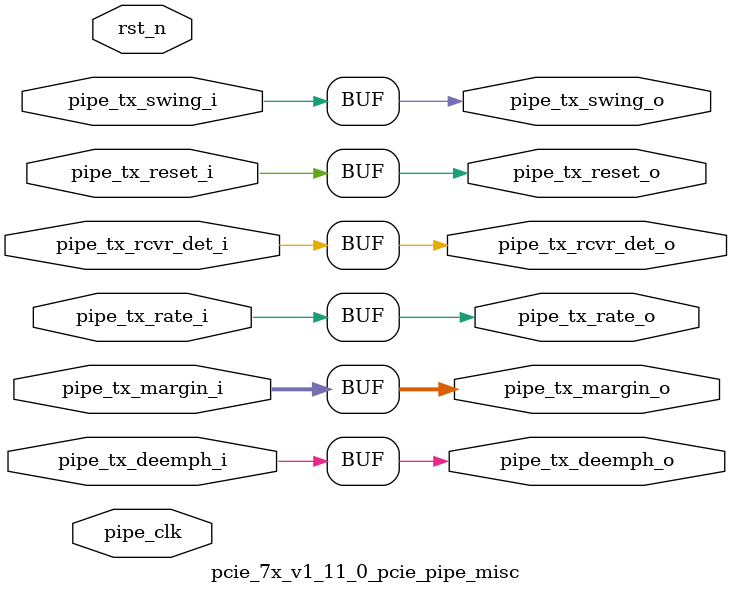
<source format=v>

`timescale 1ps/1ps

module pcie_7x_v1_11_0_pcie_pipe_misc #
(
    parameter        PIPE_PIPELINE_STAGES = 0    // 0 - 0 stages, 1 - 1 stage, 2 - 2 stages
)
(

    input   wire        pipe_tx_rcvr_det_i       ,     // PIPE Tx Receiver Detect
    input   wire        pipe_tx_reset_i          ,     // PIPE Tx Reset
    input   wire        pipe_tx_rate_i           ,     // PIPE Tx Rate
    input   wire        pipe_tx_deemph_i         ,     // PIPE Tx Deemphasis
    input   wire [2:0]  pipe_tx_margin_i         ,     // PIPE Tx Margin
    input   wire        pipe_tx_swing_i          ,     // PIPE Tx Swing

    output  wire        pipe_tx_rcvr_det_o       ,     // Pipelined PIPE Tx Receiver Detect
    output  wire        pipe_tx_reset_o          ,     // Pipelined PIPE Tx Reset
    output  wire        pipe_tx_rate_o           ,     // Pipelined PIPE Tx Rate
    output  wire        pipe_tx_deemph_o         ,     // Pipelined PIPE Tx Deemphasis
    output  wire [2:0]  pipe_tx_margin_o         ,     // Pipelined PIPE Tx Margin
    output  wire        pipe_tx_swing_o          ,     // Pipelined PIPE Tx Swing

    input   wire        pipe_clk                ,      // PIPE Clock
    input   wire        rst_n                          // Reset
);

//******************************************************************//
// Reality check.                                                   //
//******************************************************************//

    parameter TCQ  = 1;      // clock to out delay model

    generate

    if (PIPE_PIPELINE_STAGES == 0) begin : pipe_stages_0

        assign pipe_tx_rcvr_det_o = pipe_tx_rcvr_det_i;
        assign pipe_tx_reset_o  = pipe_tx_reset_i;
        assign pipe_tx_rate_o = pipe_tx_rate_i;
        assign pipe_tx_deemph_o = pipe_tx_deemph_i;
        assign pipe_tx_margin_o = pipe_tx_margin_i;
        assign pipe_tx_swing_o = pipe_tx_swing_i;

    end // if (PIPE_PIPELINE_STAGES == 0)
    else if (PIPE_PIPELINE_STAGES == 1) begin : pipe_stages_1

    reg                pipe_tx_rcvr_det_q       ;
    reg                pipe_tx_reset_q          ;
    reg                pipe_tx_rate_q           ;
    reg                pipe_tx_deemph_q         ;
    reg [2:0]          pipe_tx_margin_q         ;
    reg                pipe_tx_swing_q          ;

        always @(posedge pipe_clk) begin

        if (rst_n)
        begin

            pipe_tx_rcvr_det_q <= #TCQ 0;
            pipe_tx_reset_q  <= #TCQ 1'b1;
            pipe_tx_rate_q <= #TCQ 0;
            pipe_tx_deemph_q <= #TCQ 1'b1;
            pipe_tx_margin_q <= #TCQ 0;
            pipe_tx_swing_q <= #TCQ 0;

        end
        else
        begin

            pipe_tx_rcvr_det_q <= #TCQ pipe_tx_rcvr_det_i;
            pipe_tx_reset_q  <= #TCQ pipe_tx_reset_i;
            pipe_tx_rate_q <= #TCQ pipe_tx_rate_i;
            pipe_tx_deemph_q <= #TCQ pipe_tx_deemph_i;
            pipe_tx_margin_q <= #TCQ pipe_tx_margin_i;
            pipe_tx_swing_q <= #TCQ pipe_tx_swing_i;

          end

        end

        assign pipe_tx_rcvr_det_o = pipe_tx_rcvr_det_q;
        assign pipe_tx_reset_o  = pipe_tx_reset_q;
        assign pipe_tx_rate_o = pipe_tx_rate_q;
        assign pipe_tx_deemph_o = pipe_tx_deemph_q;
        assign pipe_tx_margin_o = pipe_tx_margin_q;
        assign pipe_tx_swing_o = pipe_tx_swing_q;

    end // if (PIPE_PIPELINE_STAGES == 1)
    else if (PIPE_PIPELINE_STAGES == 2) begin : pipe_stages_2

    reg                pipe_tx_rcvr_det_q       ;
    reg                pipe_tx_reset_q          ;
    reg                pipe_tx_rate_q           ;
    reg                pipe_tx_deemph_q         ;
    reg [2:0]          pipe_tx_margin_q         ;
    reg                pipe_tx_swing_q          ;

    reg                pipe_tx_rcvr_det_qq      ;
    reg                pipe_tx_reset_qq         ;
    reg                pipe_tx_rate_qq          ;
    reg                pipe_tx_deemph_qq        ;
    reg [2:0]          pipe_tx_margin_qq        ;
    reg                pipe_tx_swing_qq         ;

        always @(posedge pipe_clk) begin

        if (rst_n)
        begin

            pipe_tx_rcvr_det_q <= #TCQ 0;
            pipe_tx_reset_q  <= #TCQ 1'b1;
            pipe_tx_rate_q <= #TCQ 0;
            pipe_tx_deemph_q <= #TCQ 1'b1;
            pipe_tx_margin_q <= #TCQ 0;
            pipe_tx_swing_q <= #TCQ 0;

            pipe_tx_rcvr_det_qq <= #TCQ 0;
            pipe_tx_reset_qq  <= #TCQ 1'b1;
            pipe_tx_rate_qq <= #TCQ 0;
            pipe_tx_deemph_qq <= #TCQ 1'b1;
            pipe_tx_margin_qq <= #TCQ 0;
            pipe_tx_swing_qq <= #TCQ 0;

        end
        else
        begin

            pipe_tx_rcvr_det_q <= #TCQ pipe_tx_rcvr_det_i;
            pipe_tx_reset_q  <= #TCQ pipe_tx_reset_i;
            pipe_tx_rate_q <= #TCQ pipe_tx_rate_i;
            pipe_tx_deemph_q <= #TCQ pipe_tx_deemph_i;
            pipe_tx_margin_q <= #TCQ pipe_tx_margin_i;
            pipe_tx_swing_q <= #TCQ pipe_tx_swing_i;

            pipe_tx_rcvr_det_qq <= #TCQ pipe_tx_rcvr_det_q;
            pipe_tx_reset_qq  <= #TCQ pipe_tx_reset_q;
            pipe_tx_rate_qq <= #TCQ pipe_tx_rate_q;
            pipe_tx_deemph_qq <= #TCQ pipe_tx_deemph_q;
            pipe_tx_margin_qq <= #TCQ pipe_tx_margin_q;
            pipe_tx_swing_qq <= #TCQ pipe_tx_swing_q;

          end

        end

        assign pipe_tx_rcvr_det_o = pipe_tx_rcvr_det_qq;
        assign pipe_tx_reset_o  = pipe_tx_reset_qq;
        assign pipe_tx_rate_o = pipe_tx_rate_qq;
        assign pipe_tx_deemph_o = pipe_tx_deemph_qq;
        assign pipe_tx_margin_o = pipe_tx_margin_qq;
        assign pipe_tx_swing_o = pipe_tx_swing_qq;

    end // if (PIPE_PIPELINE_STAGES == 2)

    endgenerate

endmodule


</source>
